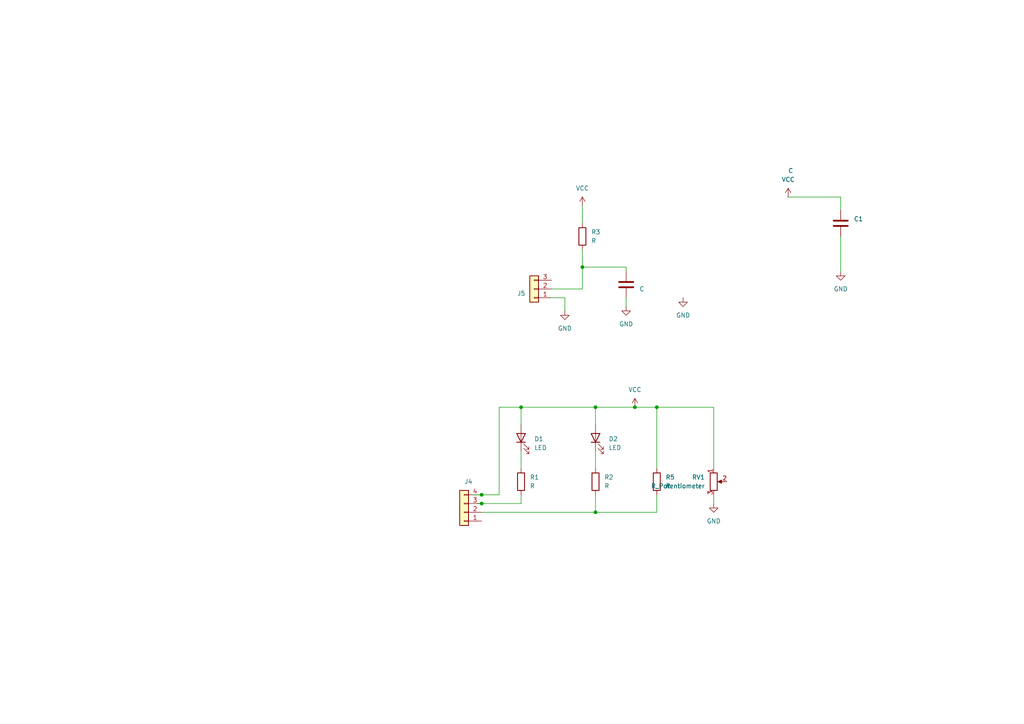
<source format=kicad_sch>
(kicad_sch (version 20250114) (generator "eeschema") (generator_version "9.0")
  (paper "A4")
  (title_block (title "Sensor KY-032") (company "UCB") (comment 1 "Pablo Sebastian Andrade Castillo"))
  (lib_symbols
    (symbol "Connector_Generic:Conn_01x03" (pin_names (offset 1.016) (hide yes))
      (property "Reference" "J" (at 0 5.08 0))
      (property "Value" "Conn_01x03" (at 0 -5.08 0))
      (symbol "Conn_01x03_1_1"
        (rectangle (start -1.27 3.81) (end 1.27 -3.81) (stroke (width 0.254)) (fill (type background)))
        (rectangle (start -1.27 2.667) (end 0 2.413) (stroke (width 0.1524)))
        (rectangle (start -1.27 0.127) (end 0 -0.127) (stroke (width 0.1524)))
        (rectangle (start -1.27 -2.413) (end 0 -2.667) (stroke (width 0.1524)))
        (pin passive line (at -5.08 2.54 0) (length 3.81) (name "Pin_1") (number "1"))
        (pin passive line (at -5.08 0 0) (length 3.81) (name "Pin_2") (number "2"))
        (pin passive line (at -5.08 -2.54 0) (length 3.81) (name "Pin_3") (number "3"))
      )
    )
    (symbol "Connector_Generic:Conn_01x04" (pin_names (offset 1.016) (hide yes))
      (property "Reference" "J" (at 0 5.08 0))
      (property "Value" "Conn_01x04" (at 0 -7.62 0))
      (symbol "Conn_01x04_1_1"
        (rectangle (start -1.27 3.81) (end 1.27 -6.35) (stroke (width 0.254)) (fill (type background)))
        (rectangle (start -1.27 2.667) (end 0 2.413) (stroke (width 0.1524)))
        (rectangle (start -1.27 0.127) (end 0 -0.127) (stroke (width 0.1524)))
        (rectangle (start -1.27 -2.413) (end 0 -2.667) (stroke (width 0.1524)))
        (rectangle (start -1.27 -4.953) (end 0 -5.207) (stroke (width 0.1524)))
        (pin passive line (at -5.08 2.54 0) (length 3.81) (name "Pin_1") (number "1"))
        (pin passive line (at -5.08 0 0) (length 3.81) (name "Pin_2") (number "2"))
        (pin passive line (at -5.08 -2.54 0) (length 3.81) (name "Pin_3") (number "3"))
        (pin passive line (at -5.08 -5.08 0) (length 3.81) (name "Pin_4") (number "4"))
      )
    )
    (symbol "Device:C" (pin_numbers (hide yes)) (pin_names (offset 0.254))
      (property "Reference" "C" (at 0.635 2.54 0))
      (property "Value" "C" (at 0.635 -2.54 0))
      (symbol "C_0_1"
        (polyline (pts (xy -2.032 0.762) (xy 2.032 0.762)) (stroke (width 0.508)))
        (polyline (pts (xy -2.032 -0.762) (xy 2.032 -0.762)) (stroke (width 0.508)))
      )
      (symbol "C_1_1"
        (pin passive line (at 0 3.81 270) (length 2.794) (name "~") (number "1"))
        (pin passive line (at 0 -3.81 90) (length 2.794) (name "~") (number "2"))
      )
    )
    (symbol "Device:LED" (pin_numbers (hide yes)) (pin_names (offset 1.016) (hide yes))
      (property "Reference" "D" (at 0 2.54 0))
      (property "Value" "LED" (at 0 -2.54 0))
      (symbol "LED_0_1"
        (polyline (pts (xy -3.048 -0.762) (xy -4.572 -2.286) (xy -3.81 -2.286) (xy -4.572 -2.286) (xy -4.572 -1.524)))
        (polyline (pts (xy -1.778 -0.762) (xy -3.302 -2.286) (xy -2.54 -2.286) (xy -3.302 -2.286) (xy -3.302 -1.524)))
        (polyline (pts (xy -1.27 0) (xy 1.27 0)))
        (polyline (pts (xy -1.27 -1.27) (xy -1.27 1.27)) (stroke (width 0.254)))
        (polyline (pts (xy 1.27 -1.27) (xy 1.27 1.27) (xy -1.27 0) (xy 1.27 -1.27)) (stroke (width 0.254)))
      )
      (symbol "LED_1_1"
        (pin passive line (at -3.81 0 0) (length 2.54) (name "K") (number "1"))
        (pin passive line (at 3.81 0 180) (length 2.54) (name "A") (number "2"))
      )
    )
    (symbol "Device:R" (pin_numbers (hide yes)) (pin_names (offset 0))
      (property "Reference" "R" (at 2.032 0 90))
      (property "Value" "R" (at 0 0 90))
      (symbol "R_0_1"
        (rectangle (start -1.016 -2.54) (end 1.016 2.54) (stroke (width 0.254)))
      )
      (symbol "R_1_1"
        (pin passive line (at 0 3.81 270) (length 1.27) (name "~") (number "1"))
        (pin passive line (at 0 -3.81 90) (length 1.27) (name "~") (number "2"))
      )
    )
    (symbol "Device:R_Potentiometer" (pin_names (offset 1.016) (hide yes))
      (property "Reference" "RV" (at -4.445 0 90))
      (property "Value" "R_Potentiometer" (at -2.54 0 90))
      (symbol "R_Potentiometer_0_1"
        (rectangle (start 1.016 2.54) (end -1.016 -2.54) (stroke (width 0.254)))
        (polyline (pts (xy 1.143 0) (xy 2.286 0.508) (xy 2.286 -0.508) (xy 1.143 0)) (fill (type outline)))
        (polyline (pts (xy 2.54 0) (xy 1.524 0)))
      )
      (symbol "R_Potentiometer_1_1"
        (pin passive line (at 0 3.81 270) (length 1.27) (name "1") (number "1"))
        (pin passive line (at 0 -3.81 90) (length 1.27) (name "3") (number "3"))
        (pin passive line (at 3.81 0 180) (length 1.27) (name "2") (number "2"))
      )
    )
    (symbol "power:GND" (power) (pin_numbers (hide yes)) (pin_names (offset 0) (hide yes))
      (property "Value" "GND" (at 0 -3.81 0))
      (symbol "GND_0_1"
        (polyline (pts (xy 0 0) (xy 0 -1.27) (xy 1.27 -1.27) (xy 0 -2.54) (xy -1.27 -1.27) (xy 0 -1.27)))
      )
      (symbol "GND_1_1"
        (pin power_in line (at 0 0 270) (length 0) (name "~") (number "1"))
      )
    )
    (symbol "power:VCC" (power) (pin_numbers (hide yes)) (pin_names (offset 0) (hide yes))
      (property "Value" "VCC" (at 0 3.556 0))
      (symbol "VCC_0_1"
        (polyline (pts (xy -0.762 1.27) (xy 0 2.54)))
        (polyline (pts (xy 0 2.54) (xy 0.762 1.27)))
        (polyline (pts (xy 0 0) (xy 0 2.54)))
      )
      (symbol "VCC_1_1"
        (pin power_in line (at 0 0 90) (length 0) (name "~") (number "1"))
      )
    )
  )
  (junction (at 184.15 118.11))
  (junction (at 139.7 146.05))
  (junction (at 139.7 143.51))
  (junction (at 168.91 77.47))
  (junction (at 190.5 118.11))
  (junction (at 172.72 148.59))
  (junction (at 151.13 118.11))
  (junction (at 172.72 118.11))
  (wire (pts (xy 138.43 146.05) (xy 139.7 146.05)))
  (wire (pts (xy 151.13 118.11) (xy 172.72 118.11)))
  (wire (pts (xy 168.91 77.47) (xy 181.61 77.47)))
  (wire (pts (xy 144.78 118.11) (xy 151.13 118.11)))
  (wire (pts (xy 168.91 83.82) (xy 168.91 77.47)))
  (wire (pts (xy 151.13 130.81) (xy 151.13 135.89)))
  (wire (pts (xy 168.91 77.47) (xy 168.91 72.39)))
  (wire (pts (xy 139.7 146.05) (xy 151.13 146.05)))
  (wire (pts (xy 243.84 68.58) (xy 243.84 78.74)))
  (wire (pts (xy 172.72 123.19) (xy 172.72 118.11)))
  (wire (pts (xy 144.78 143.51) (xy 144.78 118.11)))
  (wire (pts (xy 172.72 130.81) (xy 172.72 135.89)))
  (wire (pts (xy 137.16 143.51) (xy 139.7 143.51)))
  (wire (pts (xy 139.7 143.51) (xy 144.78 143.51)))
  (wire (pts (xy 243.84 57.15) (xy 228.6 57.15)))
  (wire (pts (xy 190.5 118.11) (xy 184.15 118.11)))
  (wire (pts (xy 160.02 83.82) (xy 168.91 83.82)))
  (wire (pts (xy 181.61 86.36) (xy 181.61 88.9)))
  (wire (pts (xy 151.13 143.51) (xy 151.13 146.05)))
  (wire (pts (xy 243.84 60.96) (xy 243.84 57.15)))
  (wire (pts (xy 207.01 118.11) (xy 190.5 118.11)))
  (wire (pts (xy 139.7 148.59) (xy 172.72 148.59)))
  (wire (pts (xy 207.01 143.51) (xy 207.01 146.05)))
  (wire (pts (xy 163.83 86.36) (xy 163.83 90.17)))
  (wire (pts (xy 181.61 77.47) (xy 181.61 78.74)))
  (wire (pts (xy 168.91 59.69) (xy 168.91 64.77)))
  (wire (pts (xy 207.01 135.89) (xy 207.01 118.11)))
  (wire (pts (xy 160.02 86.36) (xy 163.83 86.36)))
  (wire (pts (xy 172.72 118.11) (xy 184.15 118.11)))
  (wire (pts (xy 190.5 143.51) (xy 190.5 148.59)))
  (wire (pts (xy 172.72 148.59) (xy 190.5 148.59)))
  (wire (pts (xy 151.13 118.11) (xy 151.13 123.19)))
  (wire (pts (xy 172.72 143.51) (xy 172.72 148.59)))
  (wire (pts (xy 190.5 118.11) (xy 190.5 135.89)))
  (symbol (lib_id "power:GND") (at 181.61 88.9 0) (unit 1)
    (property "Reference" "#PWR03" (effects (hide yes)))
    (property "Value" "GND" (at 181.61 93.98 0))
    (property "Description" "Power symbol creates a global label with name \"GND\" , ground" (effects (hide yes)))
  )
  (symbol (lib_id "Device:R_Potentiometer") (at 207.01 139.7 0) (unit 1)
    (property "Reference" "RV1" (at 204.47 138.4299 0) (effects (justify right)))
    (property "Value" "R_Potentiometer" (at 204.47 140.9699 0) (effects (justify right)))
    (property "Description" "Potentiometer" (effects (hide yes)))
  )
  (symbol (lib_id "Connector_Generic:Conn_01x04") (at 134.62 148.59 180) (unit 1)
    (property "Reference" "J4" (at 135.89 139.7 0))
    (property "Value" "Conn_01x04" (effects (hide yes)))
    (property "Description" "Generic connector, single row, 01x04, script generated (kicad-library-utils/schlib/autogen/connector/)" (effects (hide yes)))
  )
  (symbol (lib_id "power:VCC") (at 228.6 57.15 0) (unit 1)
    (property "Reference" "#PWR07" (effects (hide yes)))
    (property "Value" "VCC" (at 228.6 52.07 0))
    (property "Description" "Power symbol creates a global label with name \"VCC\"" (effects (hide yes)))
  )
  (symbol (lib_id "Device:LED") (at 151.13 127 90) (unit 1)
    (property "Reference" "D1" (at 154.94 127.3174 90) (effects (justify right)))
    (property "Value" "LED" (at 154.94 129.8574 90) (effects (justify right)))
    (property "Description" "Light emitting diode" (effects (hide yes)))
    (property "Sim.Pins" "1=K 2=A" (effects (hide yes)))
  )
  (symbol (lib_id "Device:R") (at 190.5 139.7 0) (unit 1)
    (property "Reference" "R5" (at 193.04 138.4299 0) (effects (justify left)))
    (property "Value" "R" (at 193.04 140.9699 0) (effects (justify left)))
    (property "Description" "Resistor" (effects (hide yes)))
  )
  (symbol (lib_id "power:GND") (at 163.83 90.17 0) (unit 1)
    (property "Reference" "#PWR01" (effects (hide yes)))
    (property "Value" "GND" (at 163.83 95.25 0))
    (property "Description" "Power symbol creates a global label with name \"GND\" , ground" (effects (hide yes)))
  )
  (symbol (lib_id "power:GND") (at 198.12 86.36 0) (unit 1)
    (property "Reference" "#PWR04" (effects (hide yes)))
    (property "Value" "GND" (at 198.12 91.44 0))
    (property "Description" "Power symbol creates a global label with name \"GND\" , ground" (effects (hide yes)))
  )
  (symbol (lib_id "power:VCC") (at 168.91 59.69 0) (unit 1)
    (property "Reference" "#PWR06" (effects (hide yes)))
    (property "Value" "VCC" (at 168.91 54.61 0))
    (property "Description" "Power symbol creates a global label with name \"VCC\"" (effects (hide yes)))
  )
  (symbol (lib_id "Device:C") (at 181.61 82.55 0) (unit 1)
    (property "Reference" "C2" (effects (hide yes)))
    (property "Value" "C" (at 185.42 83.8199 0) (effects (justify left)))
    (property "Description" "Unpolarized capacitor" (effects (hide yes)))
  )
  (symbol (lib_id "power:GND") (at 243.84 78.74 0) (unit 1)
    (property "Reference" "#PWR05" (effects (hide yes)))
    (property "Value" "GND" (at 243.84 83.82 0))
    (property "Description" "Power symbol creates a global label with name \"GND\" , ground" (effects (hide yes)))
  )
  (symbol (lib_id "Connector_Generic:Conn_01x03") (at 154.94 83.82 180) (unit 1)
    (property "Reference" "J5" (at 152.4 85.0901 0) (effects (justify left)))
    (property "Value" "Conn_01x03" (effects (hide yes)))
    (property "Description" "Generic connector, single row, 01x03, script generated (kicad-library-utils/schlib/autogen/connector/)" (effects (hide yes)))
  )
  (symbol (lib_id "Device:R") (at 151.13 139.7 0) (unit 1)
    (property "Reference" "R1" (at 153.67 138.4299 0) (effects (justify left)))
    (property "Value" "R" (at 153.67 140.9699 0) (effects (justify left)))
    (property "Description" "Resistor" (effects (hide yes)))
  )
  (symbol (lib_id "Device:R") (at 168.91 68.58 0) (unit 1)
    (property "Reference" "R3" (at 171.45 67.3099 0) (effects (justify left)))
    (property "Value" "R" (at 171.45 69.8499 0) (effects (justify left)))
    (property "Description" "Resistor" (effects (hide yes)))
  )
  (symbol (lib_id "Device:C") (at 243.84 64.77 0) (unit 1)
    (property "Reference" "C1" (at 247.65 63.4999 0) (effects (justify left)))
    (property "Value" "C" (at 228.6 49.5299 0) (effects (justify left)))
    (property "Description" "Unpolarized capacitor" (effects (hide yes)))
  )
  (symbol (lib_id "Device:R") (at 172.72 139.7 0) (unit 1)
    (property "Reference" "R2" (at 175.26 138.4299 0) (effects (justify left)))
    (property "Value" "R" (at 175.26 140.9699 0) (effects (justify left)))
    (property "Description" "Resistor" (effects (hide yes)))
  )
  (symbol (lib_id "power:VCC") (at 184.15 118.11 0) (unit 1)
    (property "Reference" "#PWR08" (effects (hide yes)))
    (property "Value" "VCC" (at 184.15 113.03 0))
    (property "Description" "Power symbol creates a global label with name \"VCC\"" (effects (hide yes)))
  )
  (symbol (lib_id "Device:LED") (at 172.72 127 90) (unit 1)
    (property "Reference" "D2" (at 176.53 127.3174 90) (effects (justify right)))
    (property "Value" "LED" (at 176.53 129.8574 90) (effects (justify right)))
    (property "Description" "Light emitting diode" (effects (hide yes)))
    (property "Sim.Pins" "1=K 2=A" (effects (hide yes)))
  )
  (symbol (lib_id "power:GND") (at 207.01 146.05 0) (unit 1)
    (property "Reference" "#PWR02" (effects (hide yes)))
    (property "Value" "GND" (at 207.01 151.13 0))
    (property "Description" "Power symbol creates a global label with name \"GND\" , ground" (effects (hide yes)))
  )
)
</source>
